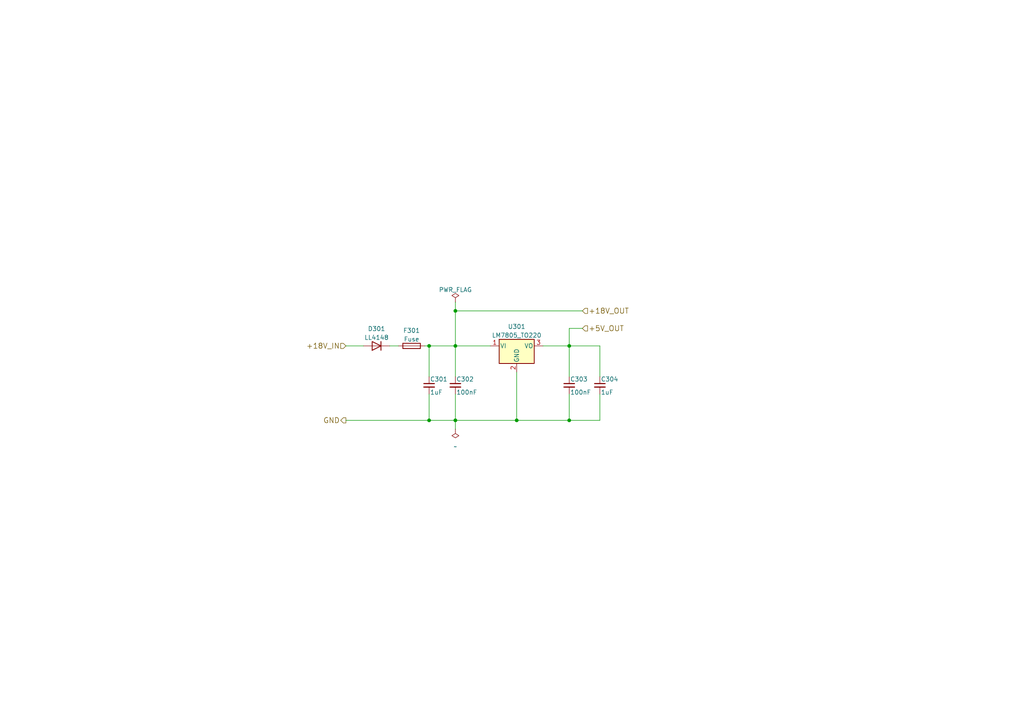
<source format=kicad_sch>
(kicad_sch (version 20211123) (generator eeschema)
  (paper "A4")
  (lib_symbols
    (symbol "Device:C_Small" (pin_numbers hide) (pin_names (offset 0.254) hide)
      (property "Reference" "C" (at 0.254 1.778 0))
      (property "Value" "C_Small" (at 0.254 -2.032 0))
      (symbol "C_Small_0_1"
        (polyline (pts (xy -1.524 -0.508) (xy 1.524 -0.508)) (stroke (width 0.3302)))
        (polyline (pts (xy -1.524 0.508) (xy 1.524 0.508)) (stroke (width 0.3048)))
      )
      (symbol "C_Small_1_1"
        (pin passive line (at 0 2.54 270) (length 2.032) (name "~") (number "1"))
        (pin passive line (at 0 -2.54 90) (length 2.032) (name "~") (number "2"))
      )
    )
    (symbol "Device:Fuse" (pin_numbers hide) (pin_names (offset 0))
      (property "Reference" "F" (at 2.032 0 90))
      (property "Value" "Fuse" (at -1.905 0 90))
      (symbol "Fuse_0_1"
        (rectangle (start -0.762 -2.54) (end 0.762 2.54) (stroke (width 0.254)))
        (polyline (pts (xy 0 2.54) (xy 0 -2.54)))
      )
      (symbol "Fuse_1_1"
        (pin passive line (at 0 3.81 270) (length 1.27) (name "~") (number "1"))
        (pin passive line (at 0 -3.81 90) (length 1.27) (name "~") (number "2"))
      )
    )
    (symbol "Diode:LL4148" (pin_numbers hide) (pin_names (offset 1.016) hide)
      (property "Reference" "D" (at 0 2.54 0))
      (property "Value" "LL4148" (at 0 -2.54 0))
      (symbol "LL4148_0_1"
        (polyline (pts (xy -1.27 1.27) (xy -1.27 -1.27)) (stroke (width 0.254)))
        (polyline (pts (xy 1.27 0) (xy -1.27 0)))
        (polyline (pts (xy 1.27 1.27) (xy 1.27 -1.27) (xy -1.27 0) (xy 1.27 1.27)) (stroke (width 0.254)))
      )
      (symbol "LL4148_1_1"
        (pin passive line (at -3.81 0 0) (length 2.54) (name "K") (number "1"))
        (pin passive line (at 3.81 0 180) (length 2.54) (name "A") (number "2"))
      )
    )
    (symbol "Regulator_Linear:LM7805_TO220" (pin_names (offset 0.254))
      (property "Reference" "U" (at -3.81 3.175 0))
      (property "Value" "LM7805_TO220" (at 0 3.175 0))
      (symbol "LM7805_TO220_0_1"
        (rectangle (start -5.08 1.905) (end 5.08 -5.08) (stroke (width 0.254)) (fill (type background)))
      )
      (symbol "LM7805_TO220_1_1"
        (pin power_in line (at -7.62 0 0) (length 2.54) (name "VI") (number "1"))
        (pin power_in line (at 0 -7.62 90) (length 2.54) (name "GND") (number "2"))
        (pin power_out line (at 7.62 0 180) (length 2.54) (name "VO") (number "3"))
      )
    )
    (symbol "power:PWR_FLAG" (power) (pin_numbers hide) (pin_names (offset 0) hide)
      (property "Value" "PWR_FLAG" (at 0 3.81 0))
      (symbol "PWR_FLAG_0_0"
        (pin power_out line (at 0 0 90) (length 0) (name "pwr") (number "1"))
      )
      (symbol "PWR_FLAG_0_1"
        (polyline (pts (xy 0 0) (xy 0 1.27) (xy -1.016 1.905) (xy 0 2.54) (xy 1.016 1.905) (xy 0 1.27)))
      )
    )
  )
  (junction (at 124.46 100.33))
  (junction (at 149.86 121.92))
  (junction (at 132.08 100.33))
  (junction (at 165.1 100.33))
  (junction (at 132.08 90.17))
  (junction (at 124.46 121.92))
  (junction (at 132.08 121.92))
  (junction (at 165.1 121.92))
  (wire (pts (xy 132.08 100.33) (xy 132.08 109.22)))
  (wire (pts (xy 165.1 121.92) (xy 173.99 121.92)))
  (wire (pts (xy 165.1 100.33) (xy 165.1 109.22)))
  (wire (pts (xy 124.46 100.33) (xy 132.08 100.33)))
  (wire (pts (xy 165.1 121.92) (xy 165.1 114.3)))
  (wire (pts (xy 165.1 95.25) (xy 165.1 100.33)))
  (wire (pts (xy 124.46 100.33) (xy 124.46 109.22)))
  (wire (pts (xy 115.57 100.33) (xy 113.03 100.33)))
  (wire (pts (xy 100.33 121.92) (xy 124.46 121.92)))
  (wire (pts (xy 132.08 114.3) (xy 132.08 121.92)))
  (wire (pts (xy 173.99 100.33) (xy 173.99 109.22)))
  (wire (pts (xy 149.86 121.92) (xy 149.86 107.95)))
  (wire (pts (xy 173.99 121.92) (xy 173.99 114.3)))
  (wire (pts (xy 105.41 100.33) (xy 100.33 100.33)))
  (wire (pts (xy 124.46 121.92) (xy 132.08 121.92)))
  (wire (pts (xy 123.19 100.33) (xy 124.46 100.33)))
  (wire (pts (xy 132.08 100.33) (xy 142.24 100.33)))
  (wire (pts (xy 168.91 95.25) (xy 165.1 95.25)))
  (wire (pts (xy 149.86 121.92) (xy 165.1 121.92)))
  (wire (pts (xy 132.08 90.17) (xy 132.08 100.33)))
  (wire (pts (xy 157.48 100.33) (xy 165.1 100.33)))
  (wire (pts (xy 132.08 87.63) (xy 132.08 90.17)))
  (wire (pts (xy 132.08 121.92) (xy 132.08 124.46)))
  (wire (pts (xy 165.1 100.33) (xy 173.99 100.33)))
  (wire (pts (xy 132.08 121.92) (xy 149.86 121.92)))
  (wire (pts (xy 124.46 121.92) (xy 124.46 114.3)))
  (wire (pts (xy 132.08 90.17) (xy 168.91 90.17)))
  (hierarchical_label "+18V_IN" (shape input) (at 100.33 100.33 180) (effects (font (size 1.524 1.524))))
  (hierarchical_label "+18V_OUT" (shape input) (at 168.91 90.17 0) (effects (font (size 1.524 1.524))))
  (hierarchical_label "GND" (shape output) (at 100.33 121.92 180) (effects (font (size 1.524 1.524))))
  (hierarchical_label "+5V_OUT" (shape input) (at 168.91 95.25 0) (effects (font (size 1.524 1.524))))
  (symbol (lib_id "Device:C_Small") (at 132.08 111.76 0) (unit 1)
    (property "Reference" "C302" (at 132.334 109.982 0) (effects (justify left)))
    (property "Value" "100nF" (at 132.334 113.792 0) (effects (justify left)))
    (property "Footprint" "Capacitor_SMD:C_0805_2012Metric_Pad1.18x1.45mm_HandSolder" (effects hide))
  )
  (symbol (lib_id "power:PWR_FLAG") (at 132.08 124.46 180) (unit 1)
    (property "Reference" "#FLG0502" (effects hide))
    (property "Value" "~" (at 132.08 129.54 0))
  )
  (symbol (lib_id "Device:Fuse") (at 119.38 100.33 90) (unit 1)
    (property "Reference" "F301" (at 119.38 95.8682 90))
    (property "Value" "Fuse" (at 119.38 98.4051 90))
    (property "Footprint" "Fuse:Fuse_1812_4532Metric_Pad1.30x3.40mm_HandSolder" (effects hide))
  )
  (symbol (lib_id "power:PWR_FLAG") (at 132.08 87.63 0) (unit 1)
    (property "Reference" "#FLG0301" (effects hide))
    (property "Value" "PWR_FLAG" (at 132.08 84.0542 0))
  )
  (symbol (lib_id "Regulator_Linear:LM7805_TO220") (at 149.86 100.33 0) (unit 1)
    (property "Reference" "U301" (at 149.86 94.7252 0))
    (property "Value" "LM7805_TO220" (at 149.86 97.2621 0))
    (property "Footprint" "KicadZeniteSolarLibrary18:TO-220-3_Horizontal_TabDown_SMD" (effects hide))
    (property "Datasheet" "https://www.onsemi.cn/PowerSolutions/document/MC7800-D.PDF" (effects hide))
  )
  (symbol (lib_id "Device:C_Small") (at 124.46 111.76 0) (unit 1)
    (property "Reference" "C301" (at 124.714 109.982 0) (effects (justify left)))
    (property "Value" "1uF" (at 124.714 113.792 0) (effects (justify left)))
    (property "Footprint" "Capacitor_SMD:C_1206_3216Metric_Pad1.33x1.80mm_HandSolder" (effects hide))
  )
  (symbol (lib_id "Device:C_Small") (at 173.99 111.76 0) (unit 1)
    (property "Reference" "C304" (at 174.244 109.982 0) (effects (justify left)))
    (property "Value" "1uF" (at 174.244 113.792 0) (effects (justify left)))
    (property "Footprint" "Capacitor_SMD:C_1206_3216Metric_Pad1.33x1.80mm_HandSolder" (effects hide))
  )
  (symbol (lib_id "Device:C_Small") (at 165.1 111.76 0) (unit 1)
    (property "Reference" "C303" (at 165.354 109.982 0) (effects (justify left)))
    (property "Value" "100nF" (at 165.354 113.792 0) (effects (justify left)))
    (property "Footprint" "Capacitor_SMD:C_0805_2012Metric_Pad1.18x1.45mm_HandSolder" (effects hide))
  )
  (symbol (lib_id "Diode:LL4148") (at 109.22 100.33 180) (unit 1)
    (property "Reference" "D301" (at 109.22 95.3602 0))
    (property "Value" "LL4148" (at 109.22 97.8971 0))
    (property "Footprint" "Diode_SMD:D_MiniMELF" (effects hide))
    (property "Datasheet" "http://www.vishay.com/docs/85557/ll4148.pdf" (effects hide))
  )
)
</source>
